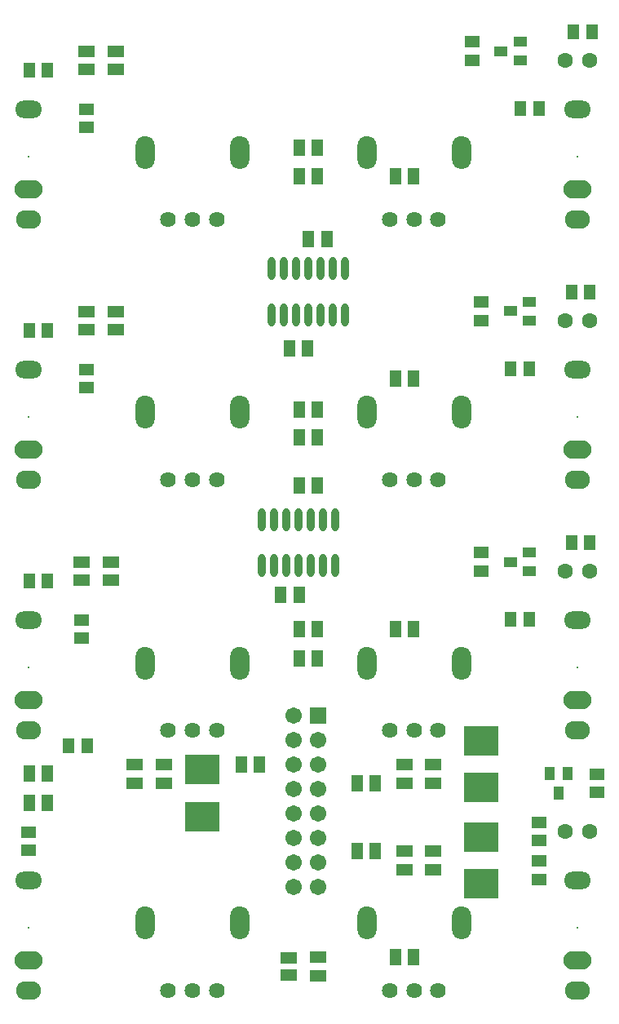
<source format=gbs>
G04 Layer_Color=16711935*
%FSLAX44Y44*%
%MOMM*%
G71*
G01*
G75*
%ADD37C,1.6032*%
%ADD38O,2.9032X1.9032*%
%ADD39O,2.8032X1.8032*%
%ADD40C,0.2032*%
%ADD41O,2.6032X1.9032*%
%ADD42R,1.7032X1.7032*%
%ADD43C,1.7032*%
%ADD44C,1.6256*%
%ADD45O,2.0032X3.4032*%
%ADD46O,2.0032X3.4031*%
%ADD47R,1.2032X1.6032*%
%ADD48R,1.6032X1.2032*%
%ADD49R,1.2532X1.6532*%
%ADD50R,1.6532X1.2532*%
%ADD51R,3.6032X3.0532*%
%ADD52R,1.3032X1.6532*%
%ADD53R,1.6532X1.3032*%
%ADD54R,1.3532X1.0032*%
%ADD55R,1.0032X1.3532*%
%ADD56O,0.8032X2.4032*%
D37*
X1317300Y1270000D02*
D03*
X1342700D02*
D03*
Y1540000D02*
D03*
X1317300D02*
D03*
X1342700Y1800000D02*
D03*
X1317300D02*
D03*
X1342700Y2070000D02*
D03*
X1317300D02*
D03*
D38*
X760000Y1136200D02*
D03*
Y1406200D02*
D03*
Y1666200D02*
D03*
Y1936200D02*
D03*
X1330000Y1406200D02*
D03*
Y1136200D02*
D03*
Y1666200D02*
D03*
Y1936200D02*
D03*
D39*
X760000Y1219200D02*
D03*
Y1489200D02*
D03*
Y1749200D02*
D03*
Y2019200D02*
D03*
X1330000Y1489200D02*
D03*
Y1219200D02*
D03*
Y1749200D02*
D03*
Y2019200D02*
D03*
D40*
X760000Y1170000D02*
D03*
Y1440000D02*
D03*
Y1700000D02*
D03*
Y1970000D02*
D03*
X1330000Y1440000D02*
D03*
Y1170000D02*
D03*
Y1700000D02*
D03*
Y1970000D02*
D03*
D41*
X760000Y1105200D02*
D03*
Y1375200D02*
D03*
Y1635200D02*
D03*
Y1905200D02*
D03*
X1330000Y1375200D02*
D03*
Y1635200D02*
D03*
Y1905200D02*
D03*
Y1105200D02*
D03*
D42*
X1060000Y1390000D02*
D03*
D43*
X1034600Y1212200D02*
D03*
X1060000D02*
D03*
Y1237600D02*
D03*
Y1263000D02*
D03*
X1034600D02*
D03*
Y1237600D02*
D03*
Y1288400D02*
D03*
Y1313800D02*
D03*
X1060000D02*
D03*
Y1288400D02*
D03*
Y1339200D02*
D03*
X1034600D02*
D03*
Y1364600D02*
D03*
Y1390000D02*
D03*
X1060000Y1364600D02*
D03*
D44*
X955001Y1105000D02*
D03*
X930000D02*
D03*
X904999D02*
D03*
X1134999D02*
D03*
X1160000D02*
D03*
X1185001D02*
D03*
Y1375000D02*
D03*
X1160000D02*
D03*
X1134999D02*
D03*
X955001D02*
D03*
X930000D02*
D03*
X904999D02*
D03*
X1160000Y1635000D02*
D03*
X1185001D02*
D03*
X1134999D02*
D03*
X955001D02*
D03*
X930000D02*
D03*
X904999D02*
D03*
X1160000Y1905000D02*
D03*
X1185001D02*
D03*
X1134999D02*
D03*
X955001D02*
D03*
X930000D02*
D03*
X904999D02*
D03*
D45*
X1111000Y1175000D02*
D03*
Y1445000D02*
D03*
X881000D02*
D03*
Y1175000D02*
D03*
X1111000Y1705000D02*
D03*
Y1975000D02*
D03*
X881000D02*
D03*
Y1705000D02*
D03*
D46*
X979000Y1175000D02*
D03*
X1209000D02*
D03*
Y1445000D02*
D03*
X979000D02*
D03*
X1209000Y1705000D02*
D03*
Y1975000D02*
D03*
X979000D02*
D03*
Y1705000D02*
D03*
D47*
X820500Y1359000D02*
D03*
X801500D02*
D03*
X779500Y1530000D02*
D03*
X760500D02*
D03*
X779500Y1790000D02*
D03*
X760500D02*
D03*
X779500Y2060000D02*
D03*
X760500D02*
D03*
X1260500Y1750000D02*
D03*
X1279500D02*
D03*
X1323500Y1830000D02*
D03*
X1342500D02*
D03*
X1289500Y2020000D02*
D03*
X1270500D02*
D03*
X1325500Y2100000D02*
D03*
X1344500D02*
D03*
X1342500Y1570000D02*
D03*
X1323500D02*
D03*
X1279500Y1490000D02*
D03*
X1260500D02*
D03*
D48*
X760000Y1250500D02*
D03*
Y1269500D02*
D03*
X815000Y1470500D02*
D03*
Y1489500D02*
D03*
X820000Y1730500D02*
D03*
Y1749500D02*
D03*
Y2000500D02*
D03*
Y2019500D02*
D03*
X1230000Y1819500D02*
D03*
Y1800500D02*
D03*
Y1559500D02*
D03*
Y1540500D02*
D03*
X1350000Y1329500D02*
D03*
Y1310500D02*
D03*
X1290000Y1279500D02*
D03*
Y1260500D02*
D03*
Y1239500D02*
D03*
Y1220500D02*
D03*
X1220000Y2070500D02*
D03*
Y2089500D02*
D03*
D49*
X1140750Y1140000D02*
D03*
X1159250D02*
D03*
X1119250Y1250000D02*
D03*
Y1320000D02*
D03*
X1100750D02*
D03*
Y1250000D02*
D03*
X999250Y1340000D02*
D03*
X980750D02*
D03*
X1140750Y1480000D02*
D03*
X1159250D02*
D03*
X1059250Y1480000D02*
D03*
X1040750D02*
D03*
X1159250Y1740000D02*
D03*
X1140750D02*
D03*
X1059250Y1708000D02*
D03*
X1040750D02*
D03*
X1159250Y1950000D02*
D03*
X1140750D02*
D03*
X1059250Y1980000D02*
D03*
X1040750D02*
D03*
X760750Y1330000D02*
D03*
Y1300000D02*
D03*
X779250D02*
D03*
Y1330000D02*
D03*
D50*
X1030000Y1120750D02*
D03*
Y1139250D02*
D03*
X845000Y1530750D02*
D03*
X815000D02*
D03*
Y1549250D02*
D03*
X845000D02*
D03*
X850000Y1790750D02*
D03*
Y1809250D02*
D03*
X820000D02*
D03*
Y1790750D02*
D03*
Y2060750D02*
D03*
Y2079250D02*
D03*
X850000D02*
D03*
Y2060750D02*
D03*
D51*
X1230000Y1215750D02*
D03*
Y1264250D02*
D03*
Y1315750D02*
D03*
Y1364250D02*
D03*
X940000Y1334250D02*
D03*
Y1285750D02*
D03*
D52*
X1040500Y1450000D02*
D03*
X1059500D02*
D03*
X1040500Y1516000D02*
D03*
X1021500D02*
D03*
X1040500Y1629000D02*
D03*
X1059500D02*
D03*
Y1679000D02*
D03*
X1040500D02*
D03*
X1049500Y1771000D02*
D03*
X1030500D02*
D03*
X1069500Y1885000D02*
D03*
X1059500Y1950000D02*
D03*
X1040500D02*
D03*
X1050500Y1885000D02*
D03*
D53*
X1060000Y1120500D02*
D03*
Y1139500D02*
D03*
X1150000Y1230500D02*
D03*
X1180000D02*
D03*
Y1249500D02*
D03*
Y1320500D02*
D03*
Y1339500D02*
D03*
X1150000D02*
D03*
Y1320500D02*
D03*
Y1249500D02*
D03*
X900000Y1339500D02*
D03*
Y1320500D02*
D03*
X870000Y1339500D02*
D03*
Y1320500D02*
D03*
D54*
X1280000Y1540500D02*
D03*
Y1559500D02*
D03*
X1260000Y1550000D02*
D03*
X1280000Y1800500D02*
D03*
Y1819500D02*
D03*
X1260000Y1810000D02*
D03*
X1270000Y2070500D02*
D03*
X1250000Y2080000D02*
D03*
X1270000Y2089500D02*
D03*
D55*
X1310000Y1310000D02*
D03*
X1319500Y1330000D02*
D03*
X1300500D02*
D03*
D56*
X1078100Y1546000D02*
D03*
Y1594000D02*
D03*
X1065400D02*
D03*
X1052700D02*
D03*
X1040000D02*
D03*
X1027300D02*
D03*
Y1546000D02*
D03*
X1040000D02*
D03*
X1052700D02*
D03*
X1065400D02*
D03*
X1014600Y1594000D02*
D03*
X1001900D02*
D03*
Y1546000D02*
D03*
X1014600D02*
D03*
X1075400Y1806000D02*
D03*
X1088100D02*
D03*
Y1854000D02*
D03*
X1075400D02*
D03*
X1062700D02*
D03*
X1050000D02*
D03*
X1037300D02*
D03*
X1024600D02*
D03*
Y1806000D02*
D03*
X1037300D02*
D03*
X1050000D02*
D03*
X1062700D02*
D03*
X1011900Y1854000D02*
D03*
Y1806000D02*
D03*
M02*

</source>
